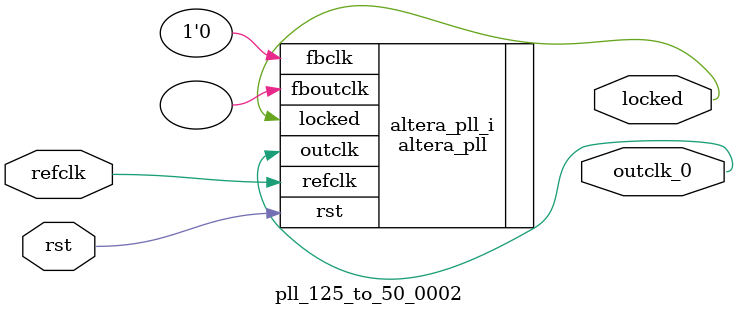
<source format=v>
`timescale 1ns/10ps
module  pll_125_to_50_0002(

	// interface 'refclk'
	input wire refclk,

	// interface 'reset'
	input wire rst,

	// interface 'outclk0'
	output wire outclk_0,

	// interface 'locked'
	output wire locked
);

	altera_pll #(
		.fractional_vco_multiplier("false"),
		.reference_clock_frequency("125.0 MHz"),
		.operation_mode("direct"),
		.number_of_clocks(1),
		.output_clock_frequency0("50.000000 MHz"),
		.phase_shift0("0 ps"),
		.duty_cycle0(50),
		.output_clock_frequency1("0 MHz"),
		.phase_shift1("0 ps"),
		.duty_cycle1(50),
		.output_clock_frequency2("0 MHz"),
		.phase_shift2("0 ps"),
		.duty_cycle2(50),
		.output_clock_frequency3("0 MHz"),
		.phase_shift3("0 ps"),
		.duty_cycle3(50),
		.output_clock_frequency4("0 MHz"),
		.phase_shift4("0 ps"),
		.duty_cycle4(50),
		.output_clock_frequency5("0 MHz"),
		.phase_shift5("0 ps"),
		.duty_cycle5(50),
		.output_clock_frequency6("0 MHz"),
		.phase_shift6("0 ps"),
		.duty_cycle6(50),
		.output_clock_frequency7("0 MHz"),
		.phase_shift7("0 ps"),
		.duty_cycle7(50),
		.output_clock_frequency8("0 MHz"),
		.phase_shift8("0 ps"),
		.duty_cycle8(50),
		.output_clock_frequency9("0 MHz"),
		.phase_shift9("0 ps"),
		.duty_cycle9(50),
		.output_clock_frequency10("0 MHz"),
		.phase_shift10("0 ps"),
		.duty_cycle10(50),
		.output_clock_frequency11("0 MHz"),
		.phase_shift11("0 ps"),
		.duty_cycle11(50),
		.output_clock_frequency12("0 MHz"),
		.phase_shift12("0 ps"),
		.duty_cycle12(50),
		.output_clock_frequency13("0 MHz"),
		.phase_shift13("0 ps"),
		.duty_cycle13(50),
		.output_clock_frequency14("0 MHz"),
		.phase_shift14("0 ps"),
		.duty_cycle14(50),
		.output_clock_frequency15("0 MHz"),
		.phase_shift15("0 ps"),
		.duty_cycle15(50),
		.output_clock_frequency16("0 MHz"),
		.phase_shift16("0 ps"),
		.duty_cycle16(50),
		.output_clock_frequency17("0 MHz"),
		.phase_shift17("0 ps"),
		.duty_cycle17(50),
		.pll_type("General"),
		.pll_subtype("General")
	) altera_pll_i (
		.rst	(rst),
		.outclk	({outclk_0}),
		.locked	(locked),
		.fboutclk	( ),
		.fbclk	(1'b0),
		.refclk	(refclk)
	);
endmodule


</source>
